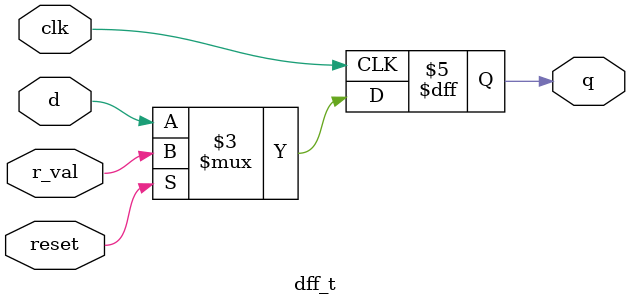
<source format=v>
module top_module(
    input clk,
    input reset,    // Active-high synchronous reset to 32'h1
    output [31:0] q
); 

    wire [31:0] d, r_val;
    
    assign r_val = 32'h1;
    
    assign d[31] = q[0] ^ 1'b0;
    assign d[21] = q[0] ^ q[22];
    assign d[1] = q[0] ^ q[2];
    assign d[0] = q[0] ^ q[1];
    
    assign d[30:22] = q[31:23];
    assign d[20:2] = q[21:3];
    
    genvar i;
    
    generate for(i=0; i<32; i=i+1)
        begin:r_loop
            dff_t ins(clk, reset, r_val[i], d[i], q[i]);
        end
    endgenerate
    
endmodule

module dff_t(
    input clk,
    input reset,
    input r_val,
    input d,
    output q);
    
    always @(posedge clk)
        if(reset)
            q <= r_val;
    	else
            q <= d;
endmodule

</source>
